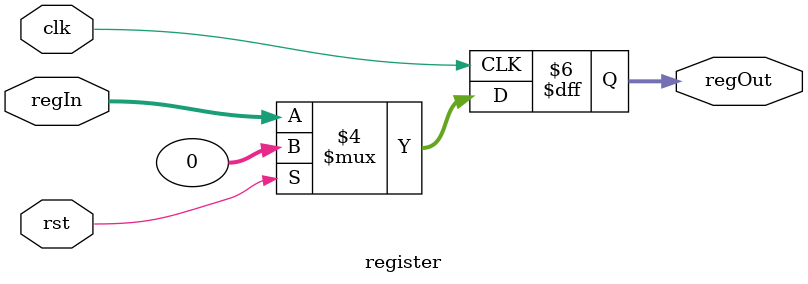
<source format=v>
module register #(parameter integer SIZE = 32) (clk, rst, regIn, regOut);
  input clk, rst;
  input [SIZE-1:0] regIn;
  output reg [SIZE-1:0] regOut;

  always @ (posedge clk) begin
    if (rst == 1) regOut <= 0;
    else regOut <= regIn;
  end
endmodule // register

</source>
